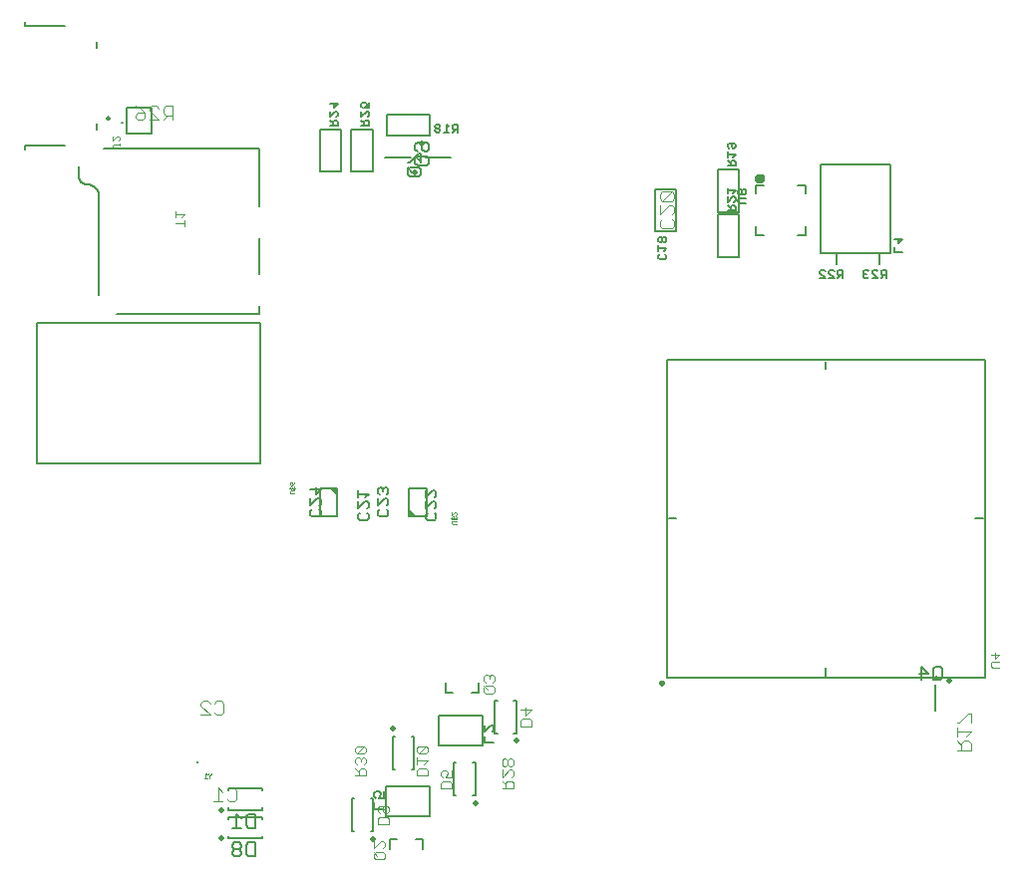
<source format=gbr>
G04 EAGLE Gerber RS-274X export*
G75*
%MOMM*%
%FSLAX34Y34*%
%LPD*%
%INSilkscreen Bottom*%
%IPPOS*%
%AMOC8*
5,1,8,0,0,1.08239X$1,22.5*%
G01*
%ADD10C,0.203200*%
%ADD11C,0.076200*%
%ADD12C,0.200000*%
%ADD13C,0.127000*%
%ADD14C,0.050800*%
%ADD15C,0.254000*%
%ADD16C,0.172044*%
%ADD17C,0.025400*%
%ADD18C,0.101600*%
%ADD19C,0.500000*%
%ADD20C,0.406400*%
%ADD21C,0.152400*%
%ADD22C,0.177800*%


D10*
X213750Y638750D02*
X81750Y638750D01*
X92750Y498750D02*
X213750Y498750D01*
X60750Y615750D02*
X60750Y623750D01*
X77750Y598750D02*
X77750Y514750D01*
X213750Y589750D02*
X213750Y638750D01*
X213750Y562750D02*
X213750Y532750D01*
X213750Y505750D02*
X213750Y498750D01*
X67750Y608750D02*
X67590Y608740D01*
X67429Y608733D01*
X67269Y608731D01*
X67108Y608733D01*
X66948Y608738D01*
X66787Y608747D01*
X66627Y608761D01*
X66468Y608778D01*
X66309Y608799D01*
X66150Y608824D01*
X65992Y608854D01*
X65835Y608886D01*
X65678Y608923D01*
X65523Y608964D01*
X65369Y609008D01*
X65216Y609057D01*
X65064Y609109D01*
X64913Y609164D01*
X64764Y609224D01*
X64616Y609287D01*
X64470Y609353D01*
X64326Y609424D01*
X64183Y609497D01*
X64042Y609575D01*
X63904Y609655D01*
X63767Y609740D01*
X63632Y609827D01*
X63500Y609918D01*
X63369Y610012D01*
X63242Y610109D01*
X63116Y610209D01*
X62993Y610313D01*
X62873Y610419D01*
X62755Y610528D01*
X62640Y610640D01*
X62528Y610755D01*
X62419Y610873D01*
X62313Y610993D01*
X62209Y611116D01*
X62109Y611242D01*
X62012Y611369D01*
X61918Y611500D01*
X61827Y611632D01*
X61740Y611767D01*
X61655Y611904D01*
X61575Y612042D01*
X61497Y612183D01*
X61424Y612326D01*
X61353Y612470D01*
X61287Y612616D01*
X61224Y612764D01*
X61164Y612913D01*
X61109Y613064D01*
X61057Y613216D01*
X61008Y613369D01*
X60964Y613523D01*
X60923Y613678D01*
X60886Y613835D01*
X60854Y613992D01*
X60824Y614150D01*
X60799Y614309D01*
X60778Y614468D01*
X60761Y614627D01*
X60747Y614787D01*
X60738Y614948D01*
X60733Y615108D01*
X60731Y615269D01*
X60733Y615429D01*
X60740Y615590D01*
X60750Y615750D01*
X67750Y608750D02*
X67998Y608741D01*
X68245Y608726D01*
X68492Y608705D01*
X68738Y608678D01*
X68983Y608645D01*
X69228Y608606D01*
X69472Y608562D01*
X69714Y608511D01*
X69955Y608455D01*
X70195Y608392D01*
X70433Y608324D01*
X70670Y608251D01*
X70904Y608171D01*
X71137Y608086D01*
X71367Y607996D01*
X71596Y607899D01*
X71822Y607798D01*
X72045Y607691D01*
X72266Y607578D01*
X72484Y607460D01*
X72699Y607337D01*
X72910Y607209D01*
X73119Y607076D01*
X73325Y606938D01*
X73527Y606795D01*
X73726Y606647D01*
X73921Y606494D01*
X74112Y606336D01*
X74299Y606174D01*
X74483Y606008D01*
X74662Y605837D01*
X74837Y605662D01*
X75008Y605483D01*
X75174Y605299D01*
X75336Y605112D01*
X75494Y604921D01*
X75647Y604726D01*
X75795Y604527D01*
X75938Y604325D01*
X76076Y604119D01*
X76209Y603910D01*
X76337Y603699D01*
X76460Y603484D01*
X76578Y603266D01*
X76691Y603045D01*
X76798Y602822D01*
X76899Y602596D01*
X76996Y602367D01*
X77086Y602137D01*
X77171Y601904D01*
X77251Y601670D01*
X77324Y601433D01*
X77392Y601195D01*
X77455Y600955D01*
X77511Y600714D01*
X77562Y600472D01*
X77606Y600228D01*
X77645Y599983D01*
X77678Y599738D01*
X77705Y599492D01*
X77726Y599245D01*
X77741Y598998D01*
X77750Y598750D01*
D11*
X142503Y575520D02*
X149875Y575520D01*
X149875Y573063D02*
X149875Y577978D01*
X147418Y580547D02*
X149875Y583004D01*
X142503Y583004D01*
X142503Y580547D02*
X142503Y585462D01*
D12*
X84450Y665000D02*
X84452Y665063D01*
X84458Y665125D01*
X84468Y665187D01*
X84481Y665249D01*
X84499Y665309D01*
X84520Y665368D01*
X84545Y665426D01*
X84574Y665482D01*
X84606Y665536D01*
X84641Y665588D01*
X84679Y665637D01*
X84721Y665685D01*
X84765Y665729D01*
X84813Y665771D01*
X84862Y665809D01*
X84914Y665844D01*
X84968Y665876D01*
X85024Y665905D01*
X85082Y665930D01*
X85141Y665951D01*
X85201Y665969D01*
X85263Y665982D01*
X85325Y665992D01*
X85387Y665998D01*
X85450Y666000D01*
X85513Y665998D01*
X85575Y665992D01*
X85637Y665982D01*
X85699Y665969D01*
X85759Y665951D01*
X85818Y665930D01*
X85876Y665905D01*
X85932Y665876D01*
X85986Y665844D01*
X86038Y665809D01*
X86087Y665771D01*
X86135Y665729D01*
X86179Y665685D01*
X86221Y665637D01*
X86259Y665588D01*
X86294Y665536D01*
X86326Y665482D01*
X86355Y665426D01*
X86380Y665368D01*
X86401Y665309D01*
X86419Y665249D01*
X86432Y665187D01*
X86442Y665125D01*
X86448Y665063D01*
X86450Y665000D01*
X86448Y664937D01*
X86442Y664875D01*
X86432Y664813D01*
X86419Y664751D01*
X86401Y664691D01*
X86380Y664632D01*
X86355Y664574D01*
X86326Y664518D01*
X86294Y664464D01*
X86259Y664412D01*
X86221Y664363D01*
X86179Y664315D01*
X86135Y664271D01*
X86087Y664229D01*
X86038Y664191D01*
X85986Y664156D01*
X85932Y664124D01*
X85876Y664095D01*
X85818Y664070D01*
X85759Y664049D01*
X85699Y664031D01*
X85637Y664018D01*
X85575Y664008D01*
X85513Y664002D01*
X85450Y664000D01*
X85387Y664002D01*
X85325Y664008D01*
X85263Y664018D01*
X85201Y664031D01*
X85141Y664049D01*
X85082Y664070D01*
X85024Y664095D01*
X84968Y664124D01*
X84914Y664156D01*
X84862Y664191D01*
X84813Y664229D01*
X84765Y664271D01*
X84721Y664315D01*
X84679Y664363D01*
X84641Y664412D01*
X84606Y664464D01*
X84574Y664518D01*
X84545Y664574D01*
X84520Y664632D01*
X84499Y664691D01*
X84481Y664751D01*
X84468Y664813D01*
X84458Y664875D01*
X84452Y664937D01*
X84450Y665000D01*
D13*
X75450Y660500D02*
X75450Y655500D01*
X75450Y724500D02*
X75450Y729500D01*
X48500Y743000D02*
X15000Y743000D01*
X15000Y747000D01*
X15000Y642000D02*
X48500Y642000D01*
X15000Y642000D02*
X15000Y638000D01*
D14*
X89354Y640935D02*
X90291Y639998D01*
X89354Y640935D02*
X89354Y641872D01*
X90291Y642809D01*
X94976Y642809D01*
X94976Y641872D02*
X94976Y643746D01*
X89354Y645638D02*
X89354Y649387D01*
X93102Y649387D02*
X89354Y645638D01*
X93102Y649387D02*
X94039Y649387D01*
X94976Y648449D01*
X94976Y646575D01*
X94039Y645638D01*
D13*
X559944Y189866D02*
X829944Y189866D01*
X559944Y189866D02*
X559944Y459866D01*
X829944Y459866D01*
X829944Y189866D01*
D15*
X553974Y185166D02*
X553976Y185237D01*
X553982Y185308D01*
X553992Y185379D01*
X554006Y185449D01*
X554024Y185518D01*
X554045Y185585D01*
X554071Y185652D01*
X554100Y185717D01*
X554132Y185780D01*
X554169Y185842D01*
X554208Y185901D01*
X554251Y185958D01*
X554297Y186012D01*
X554346Y186064D01*
X554398Y186113D01*
X554452Y186159D01*
X554509Y186202D01*
X554568Y186241D01*
X554630Y186278D01*
X554693Y186310D01*
X554758Y186339D01*
X554825Y186365D01*
X554892Y186386D01*
X554961Y186404D01*
X555031Y186418D01*
X555102Y186428D01*
X555173Y186434D01*
X555244Y186436D01*
X555315Y186434D01*
X555386Y186428D01*
X555457Y186418D01*
X555527Y186404D01*
X555596Y186386D01*
X555663Y186365D01*
X555730Y186339D01*
X555795Y186310D01*
X555858Y186278D01*
X555920Y186241D01*
X555979Y186202D01*
X556036Y186159D01*
X556090Y186113D01*
X556142Y186064D01*
X556191Y186012D01*
X556237Y185958D01*
X556280Y185901D01*
X556319Y185842D01*
X556356Y185780D01*
X556388Y185717D01*
X556417Y185652D01*
X556443Y185585D01*
X556464Y185518D01*
X556482Y185449D01*
X556496Y185379D01*
X556506Y185308D01*
X556512Y185237D01*
X556514Y185166D01*
X556512Y185095D01*
X556506Y185024D01*
X556496Y184953D01*
X556482Y184883D01*
X556464Y184814D01*
X556443Y184747D01*
X556417Y184680D01*
X556388Y184615D01*
X556356Y184552D01*
X556319Y184490D01*
X556280Y184431D01*
X556237Y184374D01*
X556191Y184320D01*
X556142Y184268D01*
X556090Y184219D01*
X556036Y184173D01*
X555979Y184130D01*
X555920Y184091D01*
X555858Y184054D01*
X555795Y184022D01*
X555730Y183993D01*
X555663Y183967D01*
X555596Y183946D01*
X555527Y183928D01*
X555457Y183914D01*
X555386Y183904D01*
X555315Y183898D01*
X555244Y183896D01*
X555173Y183898D01*
X555102Y183904D01*
X555031Y183914D01*
X554961Y183928D01*
X554892Y183946D01*
X554825Y183967D01*
X554758Y183993D01*
X554693Y184022D01*
X554630Y184054D01*
X554568Y184091D01*
X554509Y184130D01*
X554452Y184173D01*
X554398Y184219D01*
X554346Y184268D01*
X554297Y184320D01*
X554251Y184374D01*
X554208Y184431D01*
X554169Y184490D01*
X554132Y184552D01*
X554100Y184615D01*
X554071Y184680D01*
X554045Y184747D01*
X554024Y184814D01*
X554006Y184883D01*
X553992Y184953D01*
X553982Y185024D01*
X553976Y185095D01*
X553974Y185166D01*
D13*
X561594Y324866D02*
X567944Y324866D01*
X694944Y197866D02*
X694944Y191516D01*
X821944Y324866D02*
X828294Y324866D01*
X694944Y451866D02*
X694944Y458216D01*
D11*
X836254Y198247D02*
X842397Y198247D01*
X836254Y198247D02*
X835025Y199476D01*
X835025Y201933D01*
X836254Y203162D01*
X842397Y203162D01*
X842397Y209417D02*
X835025Y209417D01*
X838711Y205731D02*
X842397Y209417D01*
X838711Y210646D02*
X838711Y205731D01*
D13*
X215000Y491250D02*
X25000Y491250D01*
X25000Y371250D01*
X215000Y371250D01*
X215000Y491250D01*
D16*
X161300Y118000D03*
D17*
X173133Y108279D02*
X173133Y107642D01*
X171858Y106366D01*
X170583Y107642D01*
X170583Y108279D01*
X171858Y106366D02*
X171858Y104453D01*
X169380Y107004D02*
X168104Y108279D01*
X168104Y104453D01*
X166829Y104453D02*
X169380Y104453D01*
D18*
X186534Y94073D02*
X188483Y96022D01*
X192381Y96022D01*
X194330Y94073D01*
X194330Y86277D01*
X192381Y84328D01*
X188483Y84328D01*
X186534Y86277D01*
X182636Y92124D02*
X178738Y96022D01*
X178738Y84328D01*
X182636Y84328D02*
X174840Y84328D01*
X175846Y167733D02*
X177795Y169682D01*
X181693Y169682D01*
X183642Y167733D01*
X183642Y159937D01*
X181693Y157988D01*
X177795Y157988D01*
X175846Y159937D01*
X171948Y157988D02*
X164152Y157988D01*
X171948Y157988D02*
X164152Y165784D01*
X164152Y167733D01*
X166101Y169682D01*
X169999Y169682D01*
X171948Y167733D01*
D13*
X187930Y77360D02*
X215930Y77360D01*
X215930Y95360D02*
X187930Y95360D01*
X187930Y79185D02*
X187930Y77360D01*
X215930Y77360D02*
X215930Y79185D01*
X187930Y93535D02*
X187930Y95360D01*
X215930Y95360D02*
X215930Y93535D01*
D19*
X181680Y77320D03*
D13*
X210048Y73560D02*
X210048Y62120D01*
X204328Y62120D01*
X202421Y64027D01*
X202421Y71653D01*
X204328Y73560D01*
X210048Y73560D01*
X198354Y69747D02*
X194541Y73560D01*
X194541Y62120D01*
X198354Y62120D02*
X190728Y62120D01*
X635590Y600740D02*
X635590Y607740D01*
X642590Y607740D01*
X635590Y572740D02*
X635590Y565740D01*
X642590Y565740D01*
X670590Y607740D02*
X677590Y607740D01*
X677590Y600740D01*
X677590Y565740D02*
X670590Y565740D01*
X677590Y565740D02*
X677590Y572740D01*
D20*
X636590Y613740D02*
X636592Y613829D01*
X636598Y613918D01*
X636608Y614007D01*
X636622Y614095D01*
X636639Y614182D01*
X636661Y614268D01*
X636687Y614354D01*
X636716Y614438D01*
X636749Y614521D01*
X636785Y614602D01*
X636826Y614682D01*
X636869Y614759D01*
X636916Y614835D01*
X636967Y614908D01*
X637020Y614979D01*
X637077Y615048D01*
X637137Y615114D01*
X637200Y615178D01*
X637265Y615238D01*
X637333Y615296D01*
X637404Y615350D01*
X637477Y615401D01*
X637552Y615449D01*
X637629Y615494D01*
X637708Y615535D01*
X637789Y615572D01*
X637871Y615606D01*
X637955Y615637D01*
X638040Y615663D01*
X638126Y615686D01*
X638213Y615704D01*
X638301Y615719D01*
X638390Y615730D01*
X638479Y615737D01*
X638568Y615740D01*
X638657Y615739D01*
X638746Y615734D01*
X638834Y615725D01*
X638923Y615712D01*
X639010Y615695D01*
X639097Y615675D01*
X639183Y615650D01*
X639267Y615622D01*
X639350Y615590D01*
X639432Y615554D01*
X639512Y615515D01*
X639590Y615472D01*
X639666Y615426D01*
X639740Y615376D01*
X639812Y615323D01*
X639881Y615267D01*
X639948Y615208D01*
X640012Y615146D01*
X640073Y615082D01*
X640132Y615014D01*
X640187Y614944D01*
X640239Y614872D01*
X640288Y614797D01*
X640333Y614721D01*
X640375Y614642D01*
X640413Y614562D01*
X640448Y614480D01*
X640479Y614396D01*
X640507Y614311D01*
X640530Y614225D01*
X640550Y614138D01*
X640566Y614051D01*
X640578Y613962D01*
X640586Y613874D01*
X640590Y613785D01*
X640590Y613695D01*
X640586Y613606D01*
X640578Y613518D01*
X640566Y613429D01*
X640550Y613342D01*
X640530Y613255D01*
X640507Y613169D01*
X640479Y613084D01*
X640448Y613000D01*
X640413Y612918D01*
X640375Y612838D01*
X640333Y612759D01*
X640288Y612683D01*
X640239Y612608D01*
X640187Y612536D01*
X640132Y612466D01*
X640073Y612398D01*
X640012Y612334D01*
X639948Y612272D01*
X639881Y612213D01*
X639812Y612157D01*
X639740Y612104D01*
X639666Y612054D01*
X639590Y612008D01*
X639512Y611965D01*
X639432Y611926D01*
X639350Y611890D01*
X639267Y611858D01*
X639183Y611830D01*
X639097Y611805D01*
X639010Y611785D01*
X638923Y611768D01*
X638834Y611755D01*
X638746Y611746D01*
X638657Y611741D01*
X638568Y611740D01*
X638479Y611743D01*
X638390Y611750D01*
X638301Y611761D01*
X638213Y611776D01*
X638126Y611794D01*
X638040Y611817D01*
X637955Y611843D01*
X637871Y611874D01*
X637789Y611908D01*
X637708Y611945D01*
X637629Y611986D01*
X637552Y612031D01*
X637477Y612079D01*
X637404Y612130D01*
X637333Y612184D01*
X637265Y612242D01*
X637200Y612302D01*
X637137Y612366D01*
X637077Y612432D01*
X637020Y612501D01*
X636967Y612572D01*
X636916Y612645D01*
X636869Y612721D01*
X636826Y612798D01*
X636785Y612878D01*
X636749Y612959D01*
X636716Y613042D01*
X636687Y613126D01*
X636661Y613212D01*
X636639Y613298D01*
X636622Y613385D01*
X636608Y613473D01*
X636598Y613562D01*
X636592Y613651D01*
X636590Y613740D01*
D21*
X627014Y592774D02*
X621506Y592774D01*
X620404Y593875D01*
X620404Y596079D01*
X621506Y597180D01*
X627014Y597180D01*
X625912Y600258D02*
X627014Y601359D01*
X627014Y603563D01*
X625912Y604664D01*
X624810Y604664D01*
X623709Y603563D01*
X622607Y604664D01*
X621506Y604664D01*
X620404Y603563D01*
X620404Y601359D01*
X621506Y600258D01*
X622607Y600258D01*
X623709Y601359D01*
X624810Y600258D01*
X625912Y600258D01*
X623709Y601359D02*
X623709Y603563D01*
D10*
X750090Y625390D02*
X750090Y550630D01*
X750090Y625390D02*
X690090Y625390D01*
X690090Y550630D01*
X750090Y550630D01*
D21*
X753312Y551312D02*
X759922Y551312D01*
X753312Y551312D02*
X753312Y555718D01*
X753312Y562101D02*
X759922Y562101D01*
X756617Y558796D01*
X756617Y563203D01*
D10*
X567800Y568740D02*
X549800Y568740D01*
X567800Y568740D02*
X567800Y604740D01*
X549800Y604740D01*
X549800Y568740D01*
D21*
X558212Y549136D02*
X559314Y548034D01*
X559314Y545831D01*
X558212Y544730D01*
X553806Y544730D01*
X552704Y545831D01*
X552704Y548034D01*
X553806Y549136D01*
X557110Y552214D02*
X559314Y554417D01*
X552704Y554417D01*
X552704Y552214D02*
X552704Y556620D01*
X558212Y559698D02*
X559314Y560799D01*
X559314Y563003D01*
X558212Y564104D01*
X557110Y564104D01*
X556009Y563003D01*
X554907Y564104D01*
X553806Y564104D01*
X552704Y563003D01*
X552704Y560799D01*
X553806Y559698D01*
X554907Y559698D01*
X556009Y560799D01*
X557110Y559698D01*
X558212Y559698D01*
X556009Y560799D02*
X556009Y563003D01*
D10*
X603140Y621250D02*
X621140Y621250D01*
X603140Y621250D02*
X603140Y585250D01*
X621140Y585250D01*
X621140Y621250D01*
D21*
X618242Y624332D02*
X611632Y624332D01*
X618242Y624332D02*
X618242Y627637D01*
X617140Y628738D01*
X614937Y628738D01*
X613835Y627637D01*
X613835Y624332D01*
X613835Y626535D02*
X611632Y628738D01*
X616038Y631816D02*
X618242Y634019D01*
X611632Y634019D01*
X611632Y631816D02*
X611632Y636223D01*
X612734Y639300D02*
X611632Y640402D01*
X611632Y642605D01*
X612734Y643707D01*
X617140Y643707D01*
X618242Y642605D01*
X618242Y640402D01*
X617140Y639300D01*
X616038Y639300D01*
X614937Y640402D01*
X614937Y643707D01*
D10*
X621140Y583150D02*
X603140Y583150D01*
X603140Y547150D01*
X621140Y547150D01*
X621140Y583150D01*
D21*
X618242Y586232D02*
X611632Y586232D01*
X618242Y586232D02*
X618242Y589537D01*
X617140Y590638D01*
X614937Y590638D01*
X613835Y589537D01*
X613835Y586232D01*
X613835Y588435D02*
X611632Y590638D01*
X611632Y593716D02*
X611632Y598123D01*
X616038Y598123D02*
X611632Y593716D01*
X616038Y598123D02*
X617140Y598123D01*
X618242Y597021D01*
X618242Y594818D01*
X617140Y593716D01*
X616038Y601200D02*
X618242Y603404D01*
X611632Y603404D01*
X611632Y605607D02*
X611632Y601200D01*
D10*
X703580Y551180D02*
X703580Y541020D01*
D21*
X709395Y535819D02*
X709395Y529209D01*
X709395Y535819D02*
X706091Y535819D01*
X704989Y534717D01*
X704989Y532514D01*
X706091Y531412D01*
X709395Y531412D01*
X707192Y531412D02*
X704989Y529209D01*
X701911Y529209D02*
X697505Y529209D01*
X701911Y529209D02*
X697505Y533615D01*
X697505Y534717D01*
X698607Y535819D01*
X700810Y535819D01*
X701911Y534717D01*
X694427Y529209D02*
X690021Y529209D01*
X694427Y529209D02*
X690021Y533615D01*
X690021Y534717D01*
X691122Y535819D01*
X693326Y535819D01*
X694427Y534717D01*
D10*
X740410Y541020D02*
X740410Y551180D01*
D21*
X746225Y535819D02*
X746225Y529209D01*
X746225Y535819D02*
X742921Y535819D01*
X741819Y534717D01*
X741819Y532514D01*
X742921Y531412D01*
X746225Y531412D01*
X744022Y531412D02*
X741819Y529209D01*
X738741Y529209D02*
X734335Y529209D01*
X738741Y529209D02*
X734335Y533615D01*
X734335Y534717D01*
X735437Y535819D01*
X737640Y535819D01*
X738741Y534717D01*
X731257Y534717D02*
X730156Y535819D01*
X727952Y535819D01*
X726851Y534717D01*
X726851Y533615D01*
X727952Y532514D01*
X729054Y532514D01*
X727952Y532514D02*
X726851Y531412D01*
X726851Y530311D01*
X727952Y529209D01*
X730156Y529209D01*
X731257Y530311D01*
D18*
X565922Y577063D02*
X563973Y579012D01*
X565922Y577063D02*
X565922Y573165D01*
X563973Y571216D01*
X556177Y571216D01*
X554228Y573165D01*
X554228Y577063D01*
X556177Y579012D01*
X554228Y582910D02*
X554228Y590706D01*
X554228Y582910D02*
X562024Y590706D01*
X563973Y590706D01*
X565922Y588757D01*
X565922Y584859D01*
X563973Y582910D01*
X563973Y594604D02*
X556177Y594604D01*
X563973Y594604D02*
X565922Y596553D01*
X565922Y600451D01*
X563973Y602400D01*
X556177Y602400D01*
X554228Y600451D01*
X554228Y596553D01*
X556177Y594604D01*
X563973Y602400D01*
D13*
X215930Y53230D02*
X187930Y53230D01*
X187930Y71230D02*
X215930Y71230D01*
X187930Y55055D02*
X187930Y53230D01*
X215930Y53230D02*
X215930Y55055D01*
X187930Y69405D02*
X187930Y71230D01*
X215930Y71230D02*
X215930Y69405D01*
D19*
X181680Y53190D03*
D13*
X210048Y49430D02*
X210048Y37990D01*
X204328Y37990D01*
X202421Y39897D01*
X202421Y47523D01*
X204328Y49430D01*
X210048Y49430D01*
X198354Y47523D02*
X196447Y49430D01*
X192634Y49430D01*
X190728Y47523D01*
X190728Y45617D01*
X192634Y43710D01*
X190728Y41803D01*
X190728Y39897D01*
X192634Y37990D01*
X196447Y37990D01*
X198354Y39897D01*
X198354Y41803D01*
X196447Y43710D01*
X198354Y45617D01*
X198354Y47523D01*
X196447Y43710D02*
X192634Y43710D01*
X787400Y161720D02*
X787400Y183720D01*
D19*
X799400Y187010D03*
D13*
X793725Y189437D02*
X793725Y197063D01*
X791818Y198970D01*
X788005Y198970D01*
X786099Y197063D01*
X786099Y189437D01*
X788005Y187530D01*
X791818Y187530D01*
X793725Y189437D01*
X789912Y191343D02*
X786099Y187530D01*
X776311Y187530D02*
X776311Y198970D01*
X782031Y193250D01*
X774405Y193250D01*
D18*
X806323Y128143D02*
X818017Y128143D01*
X818017Y133990D01*
X816068Y135939D01*
X812170Y135939D01*
X810221Y133990D01*
X810221Y128143D01*
X810221Y132041D02*
X806323Y135939D01*
X814119Y139837D02*
X818017Y143735D01*
X806323Y143735D01*
X806323Y139837D02*
X806323Y147633D01*
X818017Y151531D02*
X818017Y159327D01*
X816068Y159327D01*
X808272Y151531D01*
X806323Y151531D01*
D13*
X376760Y631190D02*
X354760Y631190D01*
D19*
X351470Y643190D03*
D13*
X349053Y615397D02*
X341427Y615397D01*
X349053Y615397D02*
X350960Y617304D01*
X350960Y621117D01*
X349053Y623024D01*
X341427Y623024D01*
X339520Y621117D01*
X339520Y617304D01*
X341427Y615397D01*
X343333Y619210D02*
X339520Y623024D01*
X350960Y627091D02*
X350960Y634718D01*
X349053Y634718D01*
X341427Y627091D01*
X339520Y627091D01*
X355950Y350430D02*
X355950Y326430D01*
X355950Y350430D02*
X340950Y350430D01*
X340950Y331430D01*
X345950Y326430D01*
X355950Y326430D01*
X345950Y326430D02*
X340950Y326430D01*
X340950Y327430D01*
X340950Y331430D01*
X340950Y327430D02*
X343450Y327430D01*
X343950Y327430D01*
X343450Y327430D02*
X341950Y328930D01*
X341950Y329430D01*
X341950Y328930D02*
X341950Y328430D01*
D17*
X377953Y320167D02*
X381130Y320167D01*
X377953Y320167D02*
X377317Y320803D01*
X377317Y322074D01*
X377953Y322709D01*
X381130Y322709D01*
X377953Y323909D02*
X377317Y324545D01*
X377317Y325816D01*
X377953Y326451D01*
X378588Y326451D01*
X379224Y325816D01*
X379224Y324545D01*
X379859Y323909D01*
X380495Y323909D01*
X381130Y324545D01*
X381130Y325816D01*
X380495Y326451D01*
X381766Y325180D02*
X376681Y325180D01*
X377317Y327651D02*
X377317Y330193D01*
X377317Y327651D02*
X379859Y330193D01*
X380495Y330193D01*
X381130Y329558D01*
X381130Y328287D01*
X380495Y327651D01*
D13*
X265080Y326480D02*
X265080Y350480D01*
X265080Y326480D02*
X280080Y326480D01*
X280080Y345480D01*
X275080Y350480D01*
X265080Y350480D01*
X275080Y350480D02*
X280080Y350480D01*
X280080Y349480D01*
X280080Y345480D01*
X280080Y349480D02*
X277580Y349480D01*
X277080Y349480D01*
X277580Y349480D02*
X279080Y347980D01*
X279080Y347480D01*
X279080Y347980D02*
X279080Y348480D01*
D17*
X243716Y345771D02*
X240539Y345771D01*
X239903Y346406D01*
X239903Y347677D01*
X240539Y348313D01*
X243716Y348313D01*
X240539Y349513D02*
X239903Y350148D01*
X239903Y351419D01*
X240539Y352055D01*
X241174Y352055D01*
X241810Y351419D01*
X241810Y350148D01*
X242445Y349513D01*
X243081Y349513D01*
X243716Y350148D01*
X243716Y351419D01*
X243081Y352055D01*
X244352Y350784D02*
X239267Y350784D01*
X243081Y354526D02*
X243716Y355797D01*
X243081Y354526D02*
X241810Y353255D01*
X240539Y353255D01*
X239903Y353890D01*
X239903Y355162D01*
X240539Y355797D01*
X241174Y355797D01*
X241810Y355162D01*
X241810Y353255D01*
D13*
X305230Y329656D02*
X306713Y328173D01*
X306713Y325207D01*
X305230Y323724D01*
X299298Y323724D01*
X297815Y325207D01*
X297815Y328173D01*
X299298Y329656D01*
X297815Y333080D02*
X297815Y339011D01*
X297815Y333080D02*
X303747Y339011D01*
X305230Y339011D01*
X306713Y337528D01*
X306713Y334563D01*
X305230Y333080D01*
X303747Y342435D02*
X306713Y345401D01*
X297815Y345401D01*
X297815Y342435D02*
X297815Y348367D01*
X362380Y329656D02*
X363863Y328173D01*
X363863Y325207D01*
X362380Y323724D01*
X356448Y323724D01*
X354965Y325207D01*
X354965Y328173D01*
X356448Y329656D01*
X354965Y333080D02*
X354965Y339011D01*
X354965Y333080D02*
X360897Y339011D01*
X362380Y339011D01*
X363863Y337528D01*
X363863Y334563D01*
X362380Y333080D01*
X354965Y342435D02*
X354965Y348367D01*
X354965Y342435D02*
X360897Y348367D01*
X362380Y348367D01*
X363863Y346884D01*
X363863Y343918D01*
X362380Y342435D01*
X323223Y330839D02*
X321740Y332322D01*
X323223Y330839D02*
X323223Y327873D01*
X321740Y326390D01*
X315808Y326390D01*
X314325Y327873D01*
X314325Y330839D01*
X315808Y332322D01*
X314325Y335745D02*
X314325Y341677D01*
X314325Y335745D02*
X320257Y341677D01*
X321740Y341677D01*
X323223Y340194D01*
X323223Y337228D01*
X321740Y335745D01*
X321740Y345100D02*
X323223Y346583D01*
X323223Y349549D01*
X321740Y351032D01*
X320257Y351032D01*
X318774Y349549D01*
X318774Y348066D01*
X318774Y349549D02*
X317291Y351032D01*
X315808Y351032D01*
X314325Y349549D01*
X314325Y346583D01*
X315808Y345100D01*
X266073Y330839D02*
X264590Y332322D01*
X266073Y330839D02*
X266073Y327873D01*
X264590Y326390D01*
X258658Y326390D01*
X257175Y327873D01*
X257175Y330839D01*
X258658Y332322D01*
X257175Y335745D02*
X257175Y341677D01*
X257175Y335745D02*
X263107Y341677D01*
X264590Y341677D01*
X266073Y340194D01*
X266073Y337228D01*
X264590Y335745D01*
X266073Y349549D02*
X257175Y349549D01*
X261624Y345100D02*
X266073Y349549D01*
X261624Y351032D02*
X261624Y345100D01*
X100760Y651940D02*
X100760Y673940D01*
X122760Y673940D01*
X122760Y651940D01*
X100760Y651940D01*
X97760Y660940D02*
X96760Y660940D01*
D10*
X265320Y655540D02*
X283320Y655540D01*
X265320Y655540D02*
X265320Y619540D01*
X283320Y619540D01*
X283320Y655540D01*
D21*
X280422Y658622D02*
X273812Y658622D01*
X280422Y658622D02*
X280422Y661927D01*
X279320Y663028D01*
X277117Y663028D01*
X276015Y661927D01*
X276015Y658622D01*
X276015Y660825D02*
X273812Y663028D01*
X273812Y666106D02*
X273812Y670513D01*
X278218Y670513D02*
X273812Y666106D01*
X278218Y670513D02*
X279320Y670513D01*
X280422Y669411D01*
X280422Y667208D01*
X279320Y666106D01*
X280422Y676895D02*
X273812Y676895D01*
X277117Y673590D02*
X280422Y676895D01*
X277117Y677997D02*
X277117Y673590D01*
D13*
X320470Y631190D02*
X342470Y631190D01*
D19*
X345760Y619190D03*
D13*
X348187Y624865D02*
X355813Y624865D01*
X357720Y626772D01*
X357720Y630585D01*
X355813Y632492D01*
X348187Y632492D01*
X346280Y630585D01*
X346280Y626772D01*
X348187Y624865D01*
X350093Y628678D02*
X346280Y632492D01*
X348187Y636559D02*
X346280Y638466D01*
X346280Y642279D01*
X348187Y644185D01*
X355813Y644185D01*
X357720Y642279D01*
X357720Y638466D01*
X355813Y636559D01*
X353907Y636559D01*
X352000Y638466D01*
X352000Y644185D01*
D10*
X309990Y655540D02*
X291990Y655540D01*
X291990Y619540D01*
X309990Y619540D01*
X309990Y655540D01*
D21*
X307092Y658622D02*
X300482Y658622D01*
X307092Y658622D02*
X307092Y661927D01*
X305990Y663028D01*
X303787Y663028D01*
X302685Y661927D01*
X302685Y658622D01*
X302685Y660825D02*
X300482Y663028D01*
X300482Y666106D02*
X300482Y670513D01*
X304888Y670513D02*
X300482Y666106D01*
X304888Y670513D02*
X305990Y670513D01*
X307092Y669411D01*
X307092Y667208D01*
X305990Y666106D01*
X307092Y673590D02*
X307092Y677997D01*
X307092Y673590D02*
X303787Y673590D01*
X304888Y675794D01*
X304888Y676895D01*
X303787Y677997D01*
X301584Y677997D01*
X300482Y676895D01*
X300482Y674692D01*
X301584Y673590D01*
D10*
X358360Y668130D02*
X358360Y650130D01*
X358360Y668130D02*
X322360Y668130D01*
X322360Y650130D01*
X358360Y650130D01*
D21*
X382370Y653034D02*
X382370Y659644D01*
X379066Y659644D01*
X377964Y658542D01*
X377964Y656339D01*
X379066Y655237D01*
X382370Y655237D01*
X380167Y655237D02*
X377964Y653034D01*
X374886Y657440D02*
X372683Y659644D01*
X372683Y653034D01*
X374886Y653034D02*
X370480Y653034D01*
X367402Y658542D02*
X366301Y659644D01*
X364097Y659644D01*
X362996Y658542D01*
X362996Y657440D01*
X364097Y656339D01*
X362996Y655237D01*
X362996Y654136D01*
X364097Y653034D01*
X366301Y653034D01*
X367402Y654136D01*
X367402Y655237D01*
X366301Y656339D01*
X367402Y657440D01*
X367402Y658542D01*
X366301Y656339D02*
X364097Y656339D01*
D18*
X139984Y663448D02*
X139984Y675142D01*
X134137Y675142D01*
X132188Y673193D01*
X132188Y669295D01*
X134137Y667346D01*
X139984Y667346D01*
X136086Y667346D02*
X132188Y663448D01*
X128290Y663448D02*
X120494Y663448D01*
X128290Y663448D02*
X120494Y671244D01*
X120494Y673193D01*
X122443Y675142D01*
X126341Y675142D01*
X128290Y673193D01*
X112698Y673193D02*
X108800Y675142D01*
X112698Y673193D02*
X116596Y669295D01*
X116596Y665397D01*
X114647Y663448D01*
X110749Y663448D01*
X108800Y665397D01*
X108800Y667346D01*
X110749Y669295D01*
X116596Y669295D01*
D10*
X366395Y157480D02*
X403225Y157480D01*
X366395Y157480D02*
X366395Y132080D01*
X403225Y132080D01*
X403225Y157480D01*
D22*
X404749Y134239D02*
X413138Y134239D01*
X404749Y134239D02*
X404749Y139832D01*
X404749Y143594D02*
X404749Y149187D01*
X404749Y143594D02*
X410342Y149187D01*
X411740Y149187D01*
X413138Y147789D01*
X413138Y144992D01*
X411740Y143594D01*
D13*
X431910Y142210D02*
X431910Y170210D01*
X413910Y170210D02*
X413910Y142210D01*
X430085Y142210D02*
X431910Y142210D01*
X431910Y170210D02*
X430085Y170210D01*
X415735Y142210D02*
X413910Y142210D01*
X413910Y170210D02*
X415735Y170210D01*
D19*
X431950Y135960D03*
D18*
X435593Y148433D02*
X444745Y148433D01*
X435593Y148433D02*
X435593Y153009D01*
X437118Y154534D01*
X443220Y154534D01*
X444745Y153009D01*
X444745Y148433D01*
X444745Y162364D02*
X435593Y162364D01*
X440169Y157788D02*
X444745Y162364D01*
X440169Y163889D02*
X440169Y157788D01*
D10*
X378080Y177150D02*
X372080Y177150D01*
X372080Y185150D01*
X394080Y177150D02*
X400080Y177150D01*
X400080Y185150D01*
D18*
X406008Y176373D02*
X412110Y176373D01*
X413635Y177898D01*
X413635Y180949D01*
X412110Y182474D01*
X406008Y182474D01*
X404483Y180949D01*
X404483Y177898D01*
X406008Y176373D01*
X407534Y179424D02*
X404483Y182474D01*
X412110Y185728D02*
X413635Y187253D01*
X413635Y190304D01*
X412110Y191829D01*
X410584Y191829D01*
X409059Y190304D01*
X409059Y188779D01*
X409059Y190304D02*
X407534Y191829D01*
X406008Y191829D01*
X404483Y190304D01*
X404483Y187253D01*
X406008Y185728D01*
D13*
X397112Y117378D02*
X397112Y89378D01*
X379112Y89378D02*
X379112Y117378D01*
X395287Y89378D02*
X397112Y89378D01*
X397112Y117378D02*
X395287Y117378D01*
X380937Y89378D02*
X379112Y89378D01*
X379112Y117378D02*
X380937Y117378D01*
D19*
X397152Y83128D03*
D18*
X376927Y95601D02*
X367775Y95601D01*
X367775Y100177D01*
X369300Y101702D01*
X375402Y101702D01*
X376927Y100177D01*
X376927Y95601D01*
X376927Y104956D02*
X376927Y111057D01*
X376927Y104956D02*
X372351Y104956D01*
X373876Y108007D01*
X373876Y109532D01*
X372351Y111057D01*
X369300Y111057D01*
X367775Y109532D01*
X367775Y106481D01*
X369300Y104956D01*
D11*
X419989Y95631D02*
X429395Y95631D01*
X429395Y100334D01*
X427827Y101902D01*
X424692Y101902D01*
X423124Y100334D01*
X423124Y95631D01*
X423124Y98766D02*
X419989Y101902D01*
X419989Y104986D02*
X419989Y111257D01*
X419989Y104986D02*
X426260Y111257D01*
X427827Y111257D01*
X429395Y109689D01*
X429395Y106554D01*
X427827Y104986D01*
X427827Y114341D02*
X429395Y115909D01*
X429395Y119044D01*
X427827Y120612D01*
X426260Y120612D01*
X424692Y119044D01*
X423124Y120612D01*
X421557Y120612D01*
X419989Y119044D01*
X419989Y115909D01*
X421557Y114341D01*
X423124Y114341D01*
X424692Y115909D01*
X426260Y114341D01*
X427827Y114341D01*
X424692Y115909D02*
X424692Y119044D01*
D10*
X358140Y71755D02*
X321310Y71755D01*
X358140Y71755D02*
X358140Y97155D01*
X321310Y97155D01*
X321310Y71755D01*
D22*
X319793Y78064D02*
X311404Y78064D01*
X311404Y83656D01*
X319793Y87419D02*
X319793Y93012D01*
X319793Y87419D02*
X315599Y87419D01*
X316997Y90215D01*
X316997Y91613D01*
X315599Y93012D01*
X312802Y93012D01*
X311404Y91613D01*
X311404Y88817D01*
X312802Y87419D01*
D13*
X310625Y87025D02*
X310625Y59025D01*
X292625Y59025D02*
X292625Y87025D01*
X308800Y59025D02*
X310625Y59025D01*
X310625Y87025D02*
X308800Y87025D01*
X294450Y59025D02*
X292625Y59025D01*
X292625Y87025D02*
X294450Y87025D01*
D19*
X310665Y52775D03*
D18*
X314308Y65248D02*
X323460Y65248D01*
X314308Y65248D02*
X314308Y69824D01*
X315833Y71349D01*
X321935Y71349D01*
X323460Y69824D01*
X323460Y65248D01*
X315833Y74603D02*
X314308Y76128D01*
X314308Y79179D01*
X315833Y80704D01*
X321935Y80704D01*
X323460Y79179D01*
X323460Y76128D01*
X321935Y74603D01*
X320409Y74603D01*
X318884Y76128D01*
X318884Y80704D01*
D10*
X346455Y52085D02*
X352455Y52085D01*
X352455Y44085D01*
X330455Y52085D02*
X324455Y52085D01*
X324455Y44085D01*
D18*
X318535Y35168D02*
X312433Y35168D01*
X318535Y35168D02*
X320060Y36693D01*
X320060Y39744D01*
X318535Y41269D01*
X312433Y41269D01*
X310908Y39744D01*
X310908Y36693D01*
X312433Y35168D01*
X313959Y38218D02*
X310908Y41269D01*
X310908Y44523D02*
X310908Y50624D01*
X310908Y44523D02*
X317009Y50624D01*
X318535Y50624D01*
X320060Y49099D01*
X320060Y46048D01*
X318535Y44523D01*
D13*
X327423Y111857D02*
X327423Y139857D01*
X345423Y139857D02*
X345423Y111857D01*
X329248Y139857D02*
X327423Y139857D01*
X327423Y111857D02*
X329248Y111857D01*
X343598Y139857D02*
X345423Y139857D01*
X345423Y111857D02*
X343598Y111857D01*
D19*
X327383Y146107D03*
D18*
X347616Y106584D02*
X356768Y106584D01*
X347616Y106584D02*
X347616Y111160D01*
X349141Y112686D01*
X355243Y112686D01*
X356768Y111160D01*
X356768Y106584D01*
X353717Y115940D02*
X356768Y118990D01*
X347616Y118990D01*
X347616Y115940D02*
X347616Y122041D01*
X349141Y125295D02*
X355243Y125295D01*
X356768Y126820D01*
X356768Y129871D01*
X355243Y131396D01*
X349141Y131396D01*
X347616Y129871D01*
X347616Y126820D01*
X349141Y125295D01*
X355243Y131396D01*
D11*
X304554Y106300D02*
X295148Y106300D01*
X304554Y106300D02*
X304554Y111003D01*
X302986Y112571D01*
X299851Y112571D01*
X298283Y111003D01*
X298283Y106300D01*
X298283Y109436D02*
X295148Y112571D01*
X302986Y115656D02*
X304554Y117223D01*
X304554Y120359D01*
X302986Y121926D01*
X301419Y121926D01*
X299851Y120359D01*
X299851Y118791D01*
X299851Y120359D02*
X298283Y121926D01*
X296716Y121926D01*
X295148Y120359D01*
X295148Y117223D01*
X296716Y115656D01*
X296716Y125011D02*
X302986Y125011D01*
X304554Y126578D01*
X304554Y129714D01*
X302986Y131282D01*
X296716Y131282D01*
X295148Y129714D01*
X295148Y126578D01*
X296716Y125011D01*
X302986Y131282D01*
M02*

</source>
